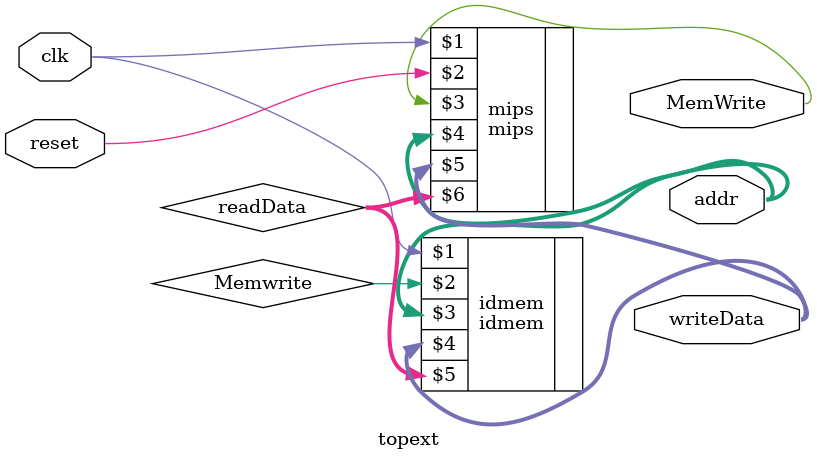
<source format=sv>
`timescale 1ns / 1ps


module topext(
input logic clk,reset,
output logic [31:0]writeData,addr,
output logic MemWrite
);

logic [31:0]readData;

mips mips(clk,reset,MemWrite,addr,writeData,readData);

idmem idmem (clk,Memwrite,addr,writeData,readData);
endmodule

</source>
